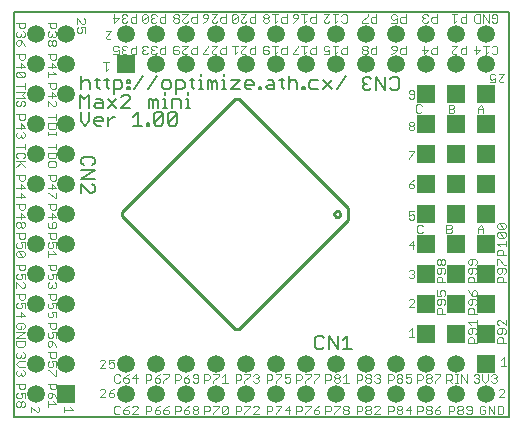
<source format=gbr>
G75*
G70*
%OFA0B0*%
%FSLAX24Y24*%
%IPPOS*%
%LPD*%
%AMOC8*
5,1,8,0,0,1.08239X$1,22.5*
%
%ADD10C,0.0079*%
%ADD11C,0.0040*%
%ADD12C,0.0060*%
%ADD13C,0.0100*%
%ADD14R,0.0591X0.0591*%
%ADD15C,0.0591*%
D10*
X001713Y001713D02*
X001713Y015213D01*
X018213Y015213D01*
X018213Y001713D01*
X001713Y001713D01*
D11*
X001850Y002031D02*
X001803Y002078D01*
X001803Y002171D01*
X001850Y002218D01*
X001896Y002218D01*
X001943Y002171D01*
X001943Y002078D01*
X001896Y002031D01*
X001850Y002031D01*
X001943Y002078D02*
X001990Y002031D01*
X002036Y002031D01*
X002083Y002078D01*
X002083Y002171D01*
X002036Y002218D01*
X001990Y002218D01*
X001943Y002171D01*
X001943Y002325D02*
X001850Y002325D01*
X001803Y002372D01*
X001803Y002466D01*
X001850Y002512D01*
X001943Y002512D02*
X001990Y002419D01*
X001990Y002372D01*
X001943Y002325D01*
X002083Y002325D02*
X002083Y002512D01*
X001943Y002512D01*
X001943Y002620D02*
X001896Y002667D01*
X001896Y002807D01*
X001803Y002807D02*
X002083Y002807D01*
X002083Y002667D01*
X002036Y002620D01*
X001943Y002620D01*
X001896Y003075D02*
X001850Y003075D01*
X001803Y003121D01*
X001803Y003215D01*
X001850Y003262D01*
X001896Y003369D02*
X002083Y003369D01*
X002036Y003262D02*
X002083Y003215D01*
X002083Y003121D01*
X002036Y003075D01*
X001990Y003075D01*
X001943Y003121D01*
X001896Y003075D01*
X001943Y003121D02*
X001943Y003168D01*
X001896Y003369D02*
X001803Y003463D01*
X001896Y003556D01*
X002083Y003556D01*
X002036Y003664D02*
X001990Y003664D01*
X001943Y003711D01*
X001896Y003664D01*
X001850Y003664D01*
X001803Y003711D01*
X001803Y003804D01*
X001850Y003851D01*
X001943Y003758D02*
X001943Y003711D01*
X002036Y003664D02*
X002083Y003711D01*
X002083Y003804D01*
X002036Y003851D01*
X002036Y004049D02*
X001850Y004049D01*
X001803Y004096D01*
X001803Y004236D01*
X002083Y004236D01*
X002083Y004096D01*
X002036Y004049D01*
X002083Y004344D02*
X001803Y004344D01*
X002083Y004531D01*
X001803Y004531D01*
X001850Y004638D02*
X001943Y004638D01*
X001943Y004732D01*
X001850Y004825D02*
X001803Y004779D01*
X001803Y004685D01*
X001850Y004638D01*
X002036Y004638D02*
X002083Y004685D01*
X002083Y004779D01*
X002036Y004825D01*
X001850Y004825D01*
X001943Y005024D02*
X001943Y005210D01*
X002083Y005070D01*
X001803Y005070D01*
X001850Y005318D02*
X001803Y005365D01*
X001803Y005458D01*
X001850Y005505D01*
X001943Y005505D02*
X001990Y005412D01*
X001990Y005365D01*
X001943Y005318D01*
X001850Y005318D01*
X001943Y005505D02*
X002083Y005505D01*
X002083Y005318D01*
X002036Y005613D02*
X001943Y005613D01*
X001896Y005659D01*
X001896Y005800D01*
X001803Y005800D02*
X002083Y005800D01*
X002083Y005659D01*
X002036Y005613D01*
X002036Y005998D02*
X001990Y005998D01*
X001803Y006185D01*
X001803Y005998D01*
X002036Y005998D02*
X002083Y006045D01*
X002083Y006138D01*
X002036Y006185D01*
X002083Y006293D02*
X002083Y006479D01*
X001943Y006479D01*
X001990Y006386D01*
X001990Y006339D01*
X001943Y006293D01*
X001850Y006293D01*
X001803Y006339D01*
X001803Y006433D01*
X001850Y006479D01*
X001943Y006587D02*
X001896Y006634D01*
X001896Y006774D01*
X001803Y006774D02*
X002083Y006774D01*
X002083Y006634D01*
X002036Y006587D01*
X001943Y006587D01*
X001850Y007042D02*
X001803Y007089D01*
X001803Y007182D01*
X001850Y007229D01*
X002036Y007042D01*
X001850Y007042D01*
X002036Y007042D02*
X002083Y007089D01*
X002083Y007182D01*
X002036Y007229D01*
X001850Y007229D01*
X001850Y007336D02*
X001803Y007383D01*
X001803Y007477D01*
X001850Y007523D01*
X001943Y007523D02*
X001990Y007430D01*
X001990Y007383D01*
X001943Y007336D01*
X001850Y007336D01*
X001943Y007523D02*
X002083Y007523D01*
X002083Y007336D01*
X002036Y007631D02*
X001943Y007631D01*
X001896Y007678D01*
X001896Y007818D01*
X001803Y007818D02*
X002083Y007818D01*
X002083Y007678D01*
X002036Y007631D01*
X002036Y008016D02*
X001990Y008016D01*
X001943Y008063D01*
X001943Y008156D01*
X001990Y008203D01*
X002036Y008203D01*
X002083Y008156D01*
X002083Y008063D01*
X002036Y008016D01*
X001943Y008063D02*
X001896Y008016D01*
X001850Y008016D01*
X001803Y008063D01*
X001803Y008156D01*
X001850Y008203D01*
X001896Y008203D01*
X001943Y008156D01*
X001943Y008311D02*
X001943Y008498D01*
X002083Y008358D01*
X001803Y008358D01*
X001943Y008606D02*
X001896Y008652D01*
X001896Y008792D01*
X001803Y008792D02*
X002083Y008792D01*
X002083Y008652D01*
X002036Y008606D01*
X001943Y008606D01*
X001943Y008991D02*
X001943Y009177D01*
X002083Y009037D01*
X001803Y009037D01*
X001943Y009285D02*
X001943Y009472D01*
X002083Y009332D01*
X001803Y009332D01*
X001943Y009580D02*
X001896Y009627D01*
X001896Y009767D01*
X001803Y009767D02*
X002083Y009767D01*
X002083Y009627D01*
X002036Y009580D01*
X001943Y009580D01*
X001803Y010035D02*
X001943Y010175D01*
X001896Y010221D02*
X002083Y010035D01*
X002083Y010221D02*
X001803Y010221D01*
X001850Y010329D02*
X001803Y010376D01*
X001803Y010469D01*
X001850Y010516D01*
X002036Y010516D01*
X002083Y010469D01*
X002083Y010376D01*
X002036Y010329D01*
X002083Y010624D02*
X002083Y010811D01*
X002083Y010717D02*
X001803Y010717D01*
X001850Y011009D02*
X001803Y011056D01*
X001803Y011149D01*
X001850Y011196D01*
X001943Y011102D02*
X001943Y011056D01*
X001896Y011009D01*
X001850Y011009D01*
X001943Y011056D02*
X001990Y011009D01*
X002036Y011009D01*
X002083Y011056D01*
X002083Y011149D01*
X002036Y011196D01*
X001943Y011304D02*
X001943Y011490D01*
X002083Y011350D01*
X001803Y011350D01*
X001943Y011598D02*
X001896Y011645D01*
X001896Y011785D01*
X001803Y011785D02*
X002083Y011785D01*
X002083Y011645D01*
X002036Y011598D01*
X001943Y011598D01*
X001896Y012053D02*
X001850Y012053D01*
X001803Y012100D01*
X001803Y012193D01*
X001850Y012240D01*
X001943Y012193D02*
X001943Y012100D01*
X001896Y012053D01*
X002036Y012053D02*
X002083Y012100D01*
X002083Y012193D01*
X002036Y012240D01*
X001990Y012240D01*
X001943Y012193D01*
X002083Y012347D02*
X001803Y012347D01*
X001990Y012441D02*
X002083Y012347D01*
X001990Y012441D02*
X002083Y012534D01*
X001803Y012534D01*
X001803Y012736D02*
X002083Y012736D01*
X002083Y012829D02*
X002083Y012642D01*
X002036Y013027D02*
X001850Y013027D01*
X001803Y013074D01*
X001803Y013167D01*
X001850Y013214D01*
X002036Y013027D01*
X002083Y013074D01*
X002083Y013167D01*
X002036Y013214D01*
X001850Y013214D01*
X001943Y013322D02*
X001943Y013509D01*
X002083Y013369D01*
X001803Y013369D01*
X001943Y013616D02*
X001896Y013663D01*
X001896Y013803D01*
X001803Y013803D02*
X002083Y013803D01*
X002083Y013663D01*
X002036Y013616D01*
X001943Y013616D01*
X001896Y014071D02*
X001943Y014118D01*
X001943Y014258D01*
X001850Y014258D01*
X001803Y014211D01*
X001803Y014118D01*
X001850Y014071D01*
X001896Y014071D01*
X002036Y014165D02*
X001943Y014258D01*
X001896Y014366D02*
X001850Y014366D01*
X001803Y014413D01*
X001803Y014506D01*
X001850Y014553D01*
X001943Y014459D02*
X001943Y014413D01*
X001896Y014366D01*
X001943Y014413D02*
X001990Y014366D01*
X002036Y014366D01*
X002083Y014413D01*
X002083Y014506D01*
X002036Y014553D01*
X002036Y014660D02*
X001943Y014660D01*
X001896Y014707D01*
X001896Y014847D01*
X001803Y014847D02*
X002083Y014847D01*
X002083Y014707D01*
X002036Y014660D01*
X002036Y014165D02*
X002083Y014071D01*
X002847Y014118D02*
X002847Y014211D01*
X002894Y014258D01*
X002940Y014258D01*
X002987Y014211D01*
X002987Y014118D01*
X002940Y014071D01*
X002894Y014071D01*
X002847Y014118D01*
X002987Y014118D02*
X003034Y014071D01*
X003080Y014071D01*
X003127Y014118D01*
X003127Y014211D01*
X003080Y014258D01*
X003034Y014258D01*
X002987Y014211D01*
X002940Y014366D02*
X002894Y014366D01*
X002847Y014413D01*
X002847Y014506D01*
X002894Y014553D01*
X002987Y014459D02*
X002987Y014413D01*
X002940Y014366D01*
X002987Y014413D02*
X003034Y014366D01*
X003080Y014366D01*
X003127Y014413D01*
X003127Y014506D01*
X003080Y014553D01*
X003080Y014660D02*
X002987Y014660D01*
X002940Y014707D01*
X002940Y014847D01*
X002847Y014847D02*
X003127Y014847D01*
X003127Y014707D01*
X003080Y014660D01*
X003821Y014645D02*
X003821Y014552D01*
X003868Y014505D01*
X003961Y014505D01*
X004008Y014552D01*
X004008Y014598D01*
X003961Y014692D01*
X004102Y014692D01*
X004102Y014505D01*
X003868Y014692D02*
X003821Y014645D01*
X003821Y014800D02*
X003821Y014986D01*
X004008Y014800D01*
X004055Y014800D01*
X004102Y014846D01*
X004102Y014940D01*
X004055Y014986D01*
X004778Y014569D02*
X004964Y014569D01*
X004778Y014382D01*
X004778Y014335D01*
X004824Y014289D01*
X004918Y014289D01*
X004964Y014335D01*
X005070Y014082D02*
X005164Y014082D01*
X005210Y014035D01*
X005210Y013942D02*
X005117Y013895D01*
X005070Y013895D01*
X005024Y013942D01*
X005024Y014035D01*
X005070Y014082D01*
X005210Y013942D02*
X005210Y013801D01*
X005024Y013801D01*
X005318Y013848D02*
X005318Y013895D01*
X005365Y013942D01*
X005318Y013988D01*
X005318Y014035D01*
X005365Y014082D01*
X005458Y014082D01*
X005505Y014035D01*
X005412Y013942D02*
X005365Y013942D01*
X005318Y013848D02*
X005365Y013801D01*
X005458Y013801D01*
X005505Y013848D01*
X005613Y013848D02*
X005613Y013942D01*
X005659Y013988D01*
X005800Y013988D01*
X005800Y014082D02*
X005800Y013801D01*
X005659Y013801D01*
X005613Y013848D01*
X005998Y013848D02*
X005998Y013895D01*
X006045Y013942D01*
X005998Y013988D01*
X005998Y014035D01*
X006045Y014082D01*
X006138Y014082D01*
X006185Y014035D01*
X006293Y014035D02*
X006339Y014082D01*
X006433Y014082D01*
X006479Y014035D01*
X006386Y013942D02*
X006339Y013942D01*
X006293Y013988D01*
X006293Y014035D01*
X006339Y013942D02*
X006293Y013895D01*
X006293Y013848D01*
X006339Y013801D01*
X006433Y013801D01*
X006479Y013848D01*
X006587Y013848D02*
X006587Y013942D01*
X006634Y013988D01*
X006774Y013988D01*
X006774Y014082D02*
X006774Y013801D01*
X006634Y013801D01*
X006587Y013848D01*
X006185Y013848D02*
X006138Y013801D01*
X006045Y013801D01*
X005998Y013848D01*
X006045Y013942D02*
X006091Y013942D01*
X006045Y014845D02*
X005998Y014892D01*
X006185Y015079D01*
X006138Y015126D01*
X006045Y015126D01*
X005998Y015079D01*
X005998Y014892D01*
X006045Y014845D02*
X006138Y014845D01*
X006185Y014892D01*
X006185Y015079D01*
X006293Y015079D02*
X006293Y015032D01*
X006339Y014986D01*
X006386Y014986D01*
X006339Y014986D02*
X006293Y014939D01*
X006293Y014892D01*
X006339Y014845D01*
X006433Y014845D01*
X006479Y014892D01*
X006587Y014892D02*
X006587Y014986D01*
X006634Y015032D01*
X006774Y015032D01*
X006774Y015126D02*
X006774Y014845D01*
X006634Y014845D01*
X006587Y014892D01*
X006479Y015079D02*
X006433Y015126D01*
X006339Y015126D01*
X006293Y015079D01*
X005800Y015126D02*
X005800Y014845D01*
X005659Y014845D01*
X005613Y014892D01*
X005613Y014986D01*
X005659Y015032D01*
X005800Y015032D01*
X005505Y015079D02*
X005458Y015126D01*
X005365Y015126D01*
X005318Y015079D01*
X005318Y015032D01*
X005365Y014986D01*
X005412Y014986D01*
X005365Y014986D02*
X005318Y014939D01*
X005318Y014892D01*
X005365Y014845D01*
X005458Y014845D01*
X005505Y014892D01*
X005210Y014986D02*
X005024Y014986D01*
X005070Y015126D02*
X005070Y014845D01*
X005210Y014986D01*
X004895Y013525D02*
X004708Y013525D01*
X004801Y013525D02*
X004801Y013245D01*
X004895Y013338D01*
X003127Y013369D02*
X002987Y013509D01*
X002987Y013322D01*
X003034Y013214D02*
X003127Y013121D01*
X002847Y013121D01*
X002847Y013214D02*
X002847Y013027D01*
X002847Y012829D02*
X003127Y012829D01*
X003127Y012689D01*
X003080Y012642D01*
X002987Y012642D01*
X002940Y012689D01*
X002940Y012829D01*
X002987Y012534D02*
X002987Y012347D01*
X003080Y012240D02*
X003127Y012193D01*
X003127Y012100D01*
X003080Y012053D01*
X003034Y012053D01*
X002847Y012240D01*
X002847Y012053D01*
X002847Y012394D02*
X003127Y012394D01*
X002987Y012534D01*
X002847Y013369D02*
X003127Y013369D01*
X003080Y013616D02*
X002987Y013616D01*
X002940Y013663D01*
X002940Y013803D01*
X002847Y013803D02*
X003127Y013803D01*
X003127Y013663D01*
X003080Y013616D01*
X003127Y011785D02*
X003127Y011598D01*
X003127Y011692D02*
X002847Y011692D01*
X002847Y011490D02*
X002847Y011350D01*
X002894Y011304D01*
X003080Y011304D01*
X003127Y011350D01*
X003127Y011490D01*
X002847Y011490D01*
X002847Y011196D02*
X002847Y011102D01*
X002847Y011149D02*
X003127Y011149D01*
X003127Y011196D02*
X003127Y011102D01*
X003127Y010811D02*
X003127Y010624D01*
X003127Y010717D02*
X002847Y010717D01*
X002847Y010516D02*
X002847Y010376D01*
X002894Y010329D01*
X003080Y010329D01*
X003127Y010376D01*
X003127Y010516D01*
X002847Y010516D01*
X002894Y010221D02*
X002847Y010175D01*
X002847Y010081D01*
X002894Y010035D01*
X003080Y010035D01*
X003127Y010081D01*
X003127Y010175D01*
X003080Y010221D01*
X002894Y010221D01*
X002940Y009767D02*
X002940Y009627D01*
X002987Y009580D01*
X003080Y009580D01*
X003127Y009627D01*
X003127Y009767D01*
X002847Y009767D01*
X002987Y009472D02*
X002987Y009285D01*
X002894Y009177D02*
X002847Y009177D01*
X002894Y009177D02*
X003080Y008991D01*
X003127Y008991D01*
X003127Y009177D01*
X003127Y009332D02*
X002987Y009472D01*
X002847Y009332D02*
X003127Y009332D01*
X003127Y008792D02*
X002847Y008792D01*
X002940Y008792D02*
X002940Y008652D01*
X002987Y008606D01*
X003080Y008606D01*
X003127Y008652D01*
X003127Y008792D01*
X002987Y008498D02*
X002987Y008311D01*
X003034Y008203D02*
X002987Y008156D01*
X002987Y008016D01*
X002894Y008016D02*
X003080Y008016D01*
X003127Y008063D01*
X003127Y008156D01*
X003080Y008203D01*
X003034Y008203D01*
X002894Y008203D02*
X002847Y008156D01*
X002847Y008063D01*
X002894Y008016D01*
X002940Y007818D02*
X002940Y007678D01*
X002987Y007631D01*
X003080Y007631D01*
X003127Y007678D01*
X003127Y007818D01*
X002847Y007818D01*
X002894Y007523D02*
X002847Y007477D01*
X002847Y007383D01*
X002894Y007336D01*
X002987Y007336D01*
X003034Y007383D01*
X003034Y007430D01*
X002987Y007523D01*
X003127Y007523D01*
X003127Y007336D01*
X003034Y007229D02*
X003127Y007135D01*
X002847Y007135D01*
X002847Y007042D02*
X002847Y007229D01*
X002847Y006774D02*
X003127Y006774D01*
X003127Y006634D01*
X003080Y006587D01*
X002987Y006587D01*
X002940Y006634D01*
X002940Y006774D01*
X002894Y006479D02*
X002847Y006433D01*
X002847Y006339D01*
X002894Y006293D01*
X002987Y006293D01*
X003034Y006339D01*
X003034Y006386D01*
X002987Y006479D01*
X003127Y006479D01*
X003127Y006293D01*
X003080Y006185D02*
X003127Y006138D01*
X003127Y006045D01*
X003080Y005998D01*
X003034Y005998D01*
X002987Y006045D01*
X002940Y005998D01*
X002894Y005998D01*
X002847Y006045D01*
X002847Y006138D01*
X002894Y006185D01*
X002987Y006091D02*
X002987Y006045D01*
X002940Y005800D02*
X002940Y005659D01*
X002987Y005613D01*
X003080Y005613D01*
X003127Y005659D01*
X003127Y005800D01*
X002847Y005800D01*
X002894Y005505D02*
X002847Y005458D01*
X002847Y005365D01*
X002894Y005318D01*
X002987Y005318D01*
X003034Y005365D01*
X003034Y005412D01*
X002987Y005505D01*
X003127Y005505D01*
X003127Y005318D01*
X003127Y005210D02*
X002987Y005210D01*
X003034Y005117D01*
X003034Y005070D01*
X002987Y005024D01*
X002894Y005024D01*
X002847Y005070D01*
X002847Y005164D01*
X002894Y005210D01*
X003127Y005210D02*
X003127Y005024D01*
X003127Y004825D02*
X002847Y004825D01*
X002940Y004825D02*
X002940Y004685D01*
X002987Y004638D01*
X003080Y004638D01*
X003127Y004685D01*
X003127Y004825D01*
X003127Y004531D02*
X002987Y004531D01*
X003034Y004437D01*
X003034Y004391D01*
X002987Y004344D01*
X002894Y004344D01*
X002847Y004391D01*
X002847Y004484D01*
X002894Y004531D01*
X003127Y004531D02*
X003127Y004344D01*
X002987Y004236D02*
X002987Y004096D01*
X002940Y004049D01*
X002894Y004049D01*
X002847Y004096D01*
X002847Y004189D01*
X002894Y004236D01*
X002987Y004236D01*
X003080Y004143D01*
X003127Y004049D01*
X003127Y003851D02*
X002847Y003851D01*
X002940Y003851D02*
X002940Y003711D01*
X002987Y003664D01*
X003080Y003664D01*
X003127Y003711D01*
X003127Y003851D01*
X003127Y003556D02*
X002987Y003556D01*
X003034Y003463D01*
X003034Y003416D01*
X002987Y003369D01*
X002894Y003369D01*
X002847Y003416D01*
X002847Y003510D01*
X002894Y003556D01*
X003127Y003556D02*
X003127Y003369D01*
X003127Y003262D02*
X003127Y003075D01*
X003080Y003075D01*
X002894Y003262D01*
X002847Y003262D01*
X002847Y002807D02*
X003127Y002807D01*
X003127Y002667D01*
X003080Y002620D01*
X002987Y002620D01*
X002940Y002667D01*
X002940Y002807D01*
X002894Y002512D02*
X002847Y002466D01*
X002847Y002372D01*
X002894Y002325D01*
X002940Y002325D01*
X002987Y002372D01*
X002987Y002512D01*
X002894Y002512D01*
X002987Y002512D02*
X003080Y002419D01*
X003127Y002325D01*
X003034Y002218D02*
X003127Y002124D01*
X002847Y002124D01*
X002847Y002031D02*
X002847Y002218D01*
X002570Y001995D02*
X002524Y002041D01*
X002570Y001995D02*
X002570Y001901D01*
X002524Y001855D01*
X002477Y001855D01*
X002290Y002041D01*
X002290Y001855D01*
X003404Y001855D02*
X003404Y002041D01*
X003404Y001948D02*
X003684Y001948D01*
X003591Y002041D01*
X004587Y002360D02*
X004774Y002547D01*
X004774Y002593D01*
X004727Y002640D01*
X004634Y002640D01*
X004587Y002593D01*
X004587Y002360D02*
X004774Y002360D01*
X004882Y002406D02*
X004928Y002360D01*
X005022Y002360D01*
X005068Y002406D01*
X005068Y002453D01*
X005022Y002500D01*
X004882Y002500D01*
X004882Y002406D01*
X004882Y002500D02*
X004975Y002593D01*
X005068Y002640D01*
X005121Y002847D02*
X005214Y002847D01*
X005261Y002894D01*
X005369Y002894D02*
X005415Y002847D01*
X005509Y002847D01*
X005556Y002894D01*
X005556Y002940D01*
X005509Y002987D01*
X005369Y002987D01*
X005369Y002894D01*
X005369Y002987D02*
X005462Y003080D01*
X005556Y003127D01*
X005663Y002987D02*
X005850Y002987D01*
X005803Y002847D02*
X005803Y003127D01*
X005663Y002987D01*
X005261Y003080D02*
X005214Y003127D01*
X005121Y003127D01*
X005074Y003080D01*
X005074Y002894D01*
X005121Y002847D01*
X005022Y003334D02*
X004928Y003334D01*
X004882Y003381D01*
X004882Y003474D02*
X004975Y003521D01*
X005022Y003521D01*
X005068Y003474D01*
X005068Y003381D01*
X005022Y003334D01*
X004882Y003474D02*
X004882Y003614D01*
X005068Y003614D01*
X004774Y003568D02*
X004774Y003521D01*
X004587Y003334D01*
X004774Y003334D01*
X004774Y003568D02*
X004727Y003614D01*
X004634Y003614D01*
X004587Y003568D01*
X006118Y003127D02*
X006118Y002847D01*
X006118Y002940D02*
X006258Y002940D01*
X006305Y002987D01*
X006305Y003080D01*
X006258Y003127D01*
X006118Y003127D01*
X006413Y002987D02*
X006553Y002987D01*
X006599Y002940D01*
X006599Y002894D01*
X006553Y002847D01*
X006459Y002847D01*
X006413Y002894D01*
X006413Y002987D01*
X006506Y003080D01*
X006599Y003127D01*
X006707Y003127D02*
X006894Y003127D01*
X006894Y003080D01*
X006707Y002894D01*
X006707Y002847D01*
X007092Y002847D02*
X007092Y003127D01*
X007232Y003127D01*
X007279Y003080D01*
X007279Y002987D01*
X007232Y002940D01*
X007092Y002940D01*
X007387Y002894D02*
X007434Y002847D01*
X007527Y002847D01*
X007574Y002894D01*
X007574Y002940D01*
X007527Y002987D01*
X007387Y002987D01*
X007387Y002894D01*
X007387Y002987D02*
X007480Y003080D01*
X007574Y003127D01*
X007682Y003080D02*
X007682Y003034D01*
X007728Y002987D01*
X007868Y002987D01*
X007868Y002894D02*
X007868Y003080D01*
X007822Y003127D01*
X007728Y003127D01*
X007682Y003080D01*
X007682Y002894D02*
X007728Y002847D01*
X007822Y002847D01*
X007868Y002894D01*
X008067Y002940D02*
X008207Y002940D01*
X008254Y002987D01*
X008254Y003080D01*
X008207Y003127D01*
X008067Y003127D01*
X008067Y002847D01*
X008361Y002847D02*
X008361Y002894D01*
X008548Y003080D01*
X008548Y003127D01*
X008361Y003127D01*
X008656Y003034D02*
X008749Y003127D01*
X008749Y002847D01*
X008656Y002847D02*
X008843Y002847D01*
X009111Y002847D02*
X009111Y003127D01*
X009251Y003127D01*
X009298Y003080D01*
X009298Y002987D01*
X009251Y002940D01*
X009111Y002940D01*
X009405Y002894D02*
X009405Y002847D01*
X009405Y002894D02*
X009592Y003080D01*
X009592Y003127D01*
X009405Y003127D01*
X009700Y003080D02*
X009747Y003127D01*
X009840Y003127D01*
X009887Y003080D01*
X009887Y003034D01*
X009840Y002987D01*
X009887Y002940D01*
X009887Y002894D01*
X009840Y002847D01*
X009747Y002847D01*
X009700Y002894D01*
X009793Y002987D02*
X009840Y002987D01*
X010155Y002940D02*
X010295Y002940D01*
X010341Y002987D01*
X010341Y003080D01*
X010295Y003127D01*
X010155Y003127D01*
X010155Y002847D01*
X010449Y002847D02*
X010449Y002894D01*
X010636Y003080D01*
X010636Y003127D01*
X010449Y003127D01*
X010744Y003127D02*
X010744Y002987D01*
X010837Y003034D01*
X010884Y003034D01*
X010931Y002987D01*
X010931Y002894D01*
X010884Y002847D01*
X010791Y002847D01*
X010744Y002894D01*
X010744Y003127D02*
X010931Y003127D01*
X011129Y003127D02*
X011269Y003127D01*
X011316Y003080D01*
X011316Y002987D01*
X011269Y002940D01*
X011129Y002940D01*
X011129Y002847D02*
X011129Y003127D01*
X011424Y003127D02*
X011610Y003127D01*
X011610Y003080D01*
X011424Y002894D01*
X011424Y002847D01*
X011718Y002847D02*
X011718Y002894D01*
X011905Y003080D01*
X011905Y003127D01*
X011718Y003127D01*
X012103Y003127D02*
X012103Y002847D01*
X012103Y002940D02*
X012244Y002940D01*
X012290Y002987D01*
X012290Y003080D01*
X012244Y003127D01*
X012103Y003127D01*
X012398Y003080D02*
X012398Y003034D01*
X012445Y002987D01*
X012538Y002987D01*
X012585Y002940D01*
X012585Y002894D01*
X012538Y002847D01*
X012445Y002847D01*
X012398Y002894D01*
X012398Y002940D01*
X012445Y002987D01*
X012538Y002987D02*
X012585Y003034D01*
X012585Y003080D01*
X012538Y003127D01*
X012445Y003127D01*
X012398Y003080D01*
X012693Y003034D02*
X012786Y003127D01*
X012786Y002847D01*
X012693Y002847D02*
X012879Y002847D01*
X013147Y002847D02*
X013147Y003127D01*
X013287Y003127D01*
X013334Y003080D01*
X013334Y002987D01*
X013287Y002940D01*
X013147Y002940D01*
X013442Y002940D02*
X013489Y002987D01*
X013582Y002987D01*
X013629Y002940D01*
X013629Y002894D01*
X013582Y002847D01*
X013489Y002847D01*
X013442Y002894D01*
X013442Y002940D01*
X013489Y002987D02*
X013442Y003034D01*
X013442Y003080D01*
X013489Y003127D01*
X013582Y003127D01*
X013629Y003080D01*
X013629Y003034D01*
X013582Y002987D01*
X013737Y002894D02*
X013783Y002847D01*
X013877Y002847D01*
X013923Y002894D01*
X013923Y002940D01*
X013877Y002987D01*
X013830Y002987D01*
X013877Y002987D02*
X013923Y003034D01*
X013923Y003080D01*
X013877Y003127D01*
X013783Y003127D01*
X013737Y003080D01*
X014191Y003127D02*
X014191Y002847D01*
X014191Y002940D02*
X014331Y002940D01*
X014378Y002987D01*
X014378Y003080D01*
X014331Y003127D01*
X014191Y003127D01*
X014486Y003080D02*
X014486Y003034D01*
X014533Y002987D01*
X014626Y002987D01*
X014673Y002940D01*
X014673Y002894D01*
X014626Y002847D01*
X014533Y002847D01*
X014486Y002894D01*
X014486Y002940D01*
X014533Y002987D01*
X014626Y002987D02*
X014673Y003034D01*
X014673Y003080D01*
X014626Y003127D01*
X014533Y003127D01*
X014486Y003080D01*
X014781Y003127D02*
X014781Y002987D01*
X014874Y003034D01*
X014921Y003034D01*
X014967Y002987D01*
X014967Y002894D01*
X014921Y002847D01*
X014827Y002847D01*
X014781Y002894D01*
X014781Y003127D02*
X014967Y003127D01*
X015166Y003127D02*
X015306Y003127D01*
X015352Y003080D01*
X015352Y002987D01*
X015306Y002940D01*
X015166Y002940D01*
X015166Y002847D02*
X015166Y003127D01*
X015460Y003080D02*
X015460Y003034D01*
X015507Y002987D01*
X015600Y002987D01*
X015647Y002940D01*
X015647Y002894D01*
X015600Y002847D01*
X015507Y002847D01*
X015460Y002894D01*
X015460Y002940D01*
X015507Y002987D01*
X015600Y002987D02*
X015647Y003034D01*
X015647Y003080D01*
X015600Y003127D01*
X015507Y003127D01*
X015460Y003080D01*
X015755Y003127D02*
X015942Y003127D01*
X015942Y003080D01*
X015755Y002894D01*
X015755Y002847D01*
X016140Y002847D02*
X016140Y003127D01*
X016280Y003127D01*
X016327Y003080D01*
X016327Y002987D01*
X016280Y002940D01*
X016140Y002940D01*
X016233Y002940D02*
X016327Y002847D01*
X016435Y002847D02*
X016528Y002847D01*
X016481Y002847D02*
X016481Y003127D01*
X016435Y003127D02*
X016528Y003127D01*
X016631Y003127D02*
X016818Y002847D01*
X016818Y003127D01*
X016631Y003127D02*
X016631Y002847D01*
X017045Y002894D02*
X017091Y002847D01*
X017185Y002847D01*
X017232Y002894D01*
X017232Y002940D01*
X017185Y002987D01*
X017138Y002987D01*
X017185Y002987D02*
X017232Y003034D01*
X017232Y003080D01*
X017185Y003127D01*
X017091Y003127D01*
X017045Y003080D01*
X017339Y003127D02*
X017339Y002940D01*
X017433Y002847D01*
X017526Y002940D01*
X017526Y003127D01*
X017634Y003080D02*
X017681Y003127D01*
X017774Y003127D01*
X017821Y003080D01*
X017821Y003034D01*
X017774Y002987D01*
X017821Y002940D01*
X017821Y002894D01*
X017774Y002847D01*
X017681Y002847D01*
X017634Y002894D01*
X017727Y002987D02*
X017774Y002987D01*
X017927Y002640D02*
X017880Y002593D01*
X017927Y002640D02*
X018020Y002640D01*
X018067Y002593D01*
X018067Y002547D01*
X017880Y002360D01*
X018067Y002360D01*
X017983Y002083D02*
X017843Y002083D01*
X017843Y001803D01*
X017983Y001803D01*
X018030Y001850D01*
X018030Y002036D01*
X017983Y002083D01*
X017735Y002083D02*
X017735Y001803D01*
X017548Y002083D01*
X017548Y001803D01*
X017440Y001850D02*
X017440Y001943D01*
X017347Y001943D01*
X017254Y001850D02*
X017300Y001803D01*
X017394Y001803D01*
X017440Y001850D01*
X017254Y001850D02*
X017254Y002036D01*
X017300Y002083D01*
X017394Y002083D01*
X017440Y002036D01*
X016986Y002036D02*
X016986Y001850D01*
X016939Y001803D01*
X016846Y001803D01*
X016799Y001850D01*
X016846Y001943D02*
X016986Y001943D01*
X016986Y002036D02*
X016939Y002083D01*
X016846Y002083D01*
X016799Y002036D01*
X016799Y001990D01*
X016846Y001943D01*
X016691Y001896D02*
X016691Y001850D01*
X016644Y001803D01*
X016551Y001803D01*
X016504Y001850D01*
X016504Y001896D01*
X016551Y001943D01*
X016644Y001943D01*
X016691Y001896D01*
X016644Y001943D02*
X016691Y001990D01*
X016691Y002036D01*
X016644Y002083D01*
X016551Y002083D01*
X016504Y002036D01*
X016504Y001990D01*
X016551Y001943D01*
X016396Y001943D02*
X016350Y001896D01*
X016210Y001896D01*
X016210Y001803D02*
X016210Y002083D01*
X016350Y002083D01*
X016396Y002036D01*
X016396Y001943D01*
X015942Y001896D02*
X015942Y001850D01*
X015895Y001803D01*
X015802Y001803D01*
X015755Y001850D01*
X015755Y001943D01*
X015895Y001943D01*
X015942Y001896D01*
X015848Y002036D02*
X015755Y001943D01*
X015647Y001896D02*
X015647Y001850D01*
X015600Y001803D01*
X015507Y001803D01*
X015460Y001850D01*
X015460Y001896D01*
X015507Y001943D01*
X015600Y001943D01*
X015647Y001896D01*
X015600Y001943D02*
X015647Y001990D01*
X015647Y002036D01*
X015600Y002083D01*
X015507Y002083D01*
X015460Y002036D01*
X015460Y001990D01*
X015507Y001943D01*
X015352Y001943D02*
X015352Y002036D01*
X015306Y002083D01*
X015166Y002083D01*
X015166Y001803D01*
X015166Y001896D02*
X015306Y001896D01*
X015352Y001943D01*
X014967Y001943D02*
X014781Y001943D01*
X014921Y002083D01*
X014921Y001803D01*
X014673Y001850D02*
X014673Y001896D01*
X014626Y001943D01*
X014533Y001943D01*
X014486Y001990D01*
X014486Y002036D01*
X014533Y002083D01*
X014626Y002083D01*
X014673Y002036D01*
X014673Y001990D01*
X014626Y001943D01*
X014533Y001943D02*
X014486Y001896D01*
X014486Y001850D01*
X014533Y001803D01*
X014626Y001803D01*
X014673Y001850D01*
X014378Y001943D02*
X014331Y001896D01*
X014191Y001896D01*
X014191Y001803D02*
X014191Y002083D01*
X014331Y002083D01*
X014378Y002036D01*
X014378Y001943D01*
X013923Y001990D02*
X013923Y002036D01*
X013877Y002083D01*
X013783Y002083D01*
X013737Y002036D01*
X013629Y002036D02*
X013629Y001990D01*
X013582Y001943D01*
X013489Y001943D01*
X013442Y001990D01*
X013442Y002036D01*
X013489Y002083D01*
X013582Y002083D01*
X013629Y002036D01*
X013582Y001943D02*
X013629Y001896D01*
X013629Y001850D01*
X013582Y001803D01*
X013489Y001803D01*
X013442Y001850D01*
X013442Y001896D01*
X013489Y001943D01*
X013334Y001943D02*
X013334Y002036D01*
X013287Y002083D01*
X013147Y002083D01*
X013147Y001803D01*
X013147Y001896D02*
X013287Y001896D01*
X013334Y001943D01*
X013737Y001803D02*
X013923Y001990D01*
X013923Y001803D02*
X013737Y001803D01*
X012879Y001850D02*
X012833Y001803D01*
X012739Y001803D01*
X012693Y001850D01*
X012693Y001896D01*
X012739Y001943D01*
X012833Y001943D01*
X012879Y001896D01*
X012879Y001850D01*
X012833Y001943D02*
X012879Y001990D01*
X012879Y002036D01*
X012833Y002083D01*
X012739Y002083D01*
X012693Y002036D01*
X012693Y001990D01*
X012739Y001943D01*
X012585Y002036D02*
X012398Y001850D01*
X012398Y001803D01*
X012290Y001943D02*
X012244Y001896D01*
X012103Y001896D01*
X012103Y001803D02*
X012103Y002083D01*
X012244Y002083D01*
X012290Y002036D01*
X012290Y001943D01*
X012398Y002083D02*
X012585Y002083D01*
X012585Y002036D01*
X011905Y002083D02*
X011812Y002036D01*
X011718Y001943D01*
X011858Y001943D01*
X011905Y001896D01*
X011905Y001850D01*
X011858Y001803D01*
X011765Y001803D01*
X011718Y001850D01*
X011718Y001943D01*
X011610Y002036D02*
X011424Y001850D01*
X011424Y001803D01*
X011316Y001943D02*
X011269Y001896D01*
X011129Y001896D01*
X011129Y001803D02*
X011129Y002083D01*
X011269Y002083D01*
X011316Y002036D01*
X011316Y001943D01*
X011424Y002083D02*
X011610Y002083D01*
X011610Y002036D01*
X010931Y001943D02*
X010744Y001943D01*
X010884Y002083D01*
X010884Y001803D01*
X010636Y002036D02*
X010449Y001850D01*
X010449Y001803D01*
X010341Y001943D02*
X010295Y001896D01*
X010155Y001896D01*
X010155Y001803D02*
X010155Y002083D01*
X010295Y002083D01*
X010341Y002036D01*
X010341Y001943D01*
X010449Y002083D02*
X010636Y002083D01*
X010636Y002036D01*
X009887Y002036D02*
X009887Y001990D01*
X009700Y001803D01*
X009887Y001803D01*
X009887Y002036D02*
X009840Y002083D01*
X009747Y002083D01*
X009700Y002036D01*
X009592Y002036D02*
X009405Y001850D01*
X009405Y001803D01*
X009298Y001943D02*
X009251Y001896D01*
X009111Y001896D01*
X009111Y001803D02*
X009111Y002083D01*
X009251Y002083D01*
X009298Y002036D01*
X009298Y001943D01*
X009405Y002083D02*
X009592Y002083D01*
X009592Y002036D01*
X008843Y002036D02*
X008843Y001850D01*
X008796Y001803D01*
X008703Y001803D01*
X008656Y001850D01*
X008843Y002036D01*
X008796Y002083D01*
X008703Y002083D01*
X008656Y002036D01*
X008656Y001850D01*
X008548Y002036D02*
X008361Y001850D01*
X008361Y001803D01*
X008254Y001943D02*
X008207Y001896D01*
X008067Y001896D01*
X008067Y001803D02*
X008067Y002083D01*
X008207Y002083D01*
X008254Y002036D01*
X008254Y001943D01*
X008361Y002083D02*
X008548Y002083D01*
X008548Y002036D01*
X007868Y002036D02*
X007868Y001990D01*
X007822Y001943D01*
X007728Y001943D01*
X007682Y001990D01*
X007682Y002036D01*
X007728Y002083D01*
X007822Y002083D01*
X007868Y002036D01*
X007822Y001943D02*
X007868Y001896D01*
X007868Y001850D01*
X007822Y001803D01*
X007728Y001803D01*
X007682Y001850D01*
X007682Y001896D01*
X007728Y001943D01*
X007574Y001896D02*
X007574Y001850D01*
X007527Y001803D01*
X007434Y001803D01*
X007387Y001850D01*
X007387Y001943D01*
X007527Y001943D01*
X007574Y001896D01*
X007480Y002036D02*
X007387Y001943D01*
X007279Y001943D02*
X007279Y002036D01*
X007232Y002083D01*
X007092Y002083D01*
X007092Y001803D01*
X007092Y001896D02*
X007232Y001896D01*
X007279Y001943D01*
X007480Y002036D02*
X007574Y002083D01*
X006894Y002083D02*
X006801Y002036D01*
X006707Y001943D01*
X006847Y001943D01*
X006894Y001896D01*
X006894Y001850D01*
X006847Y001803D01*
X006754Y001803D01*
X006707Y001850D01*
X006707Y001943D01*
X006599Y001896D02*
X006553Y001943D01*
X006413Y001943D01*
X006413Y001850D01*
X006459Y001803D01*
X006553Y001803D01*
X006599Y001850D01*
X006599Y001896D01*
X006506Y002036D02*
X006413Y001943D01*
X006305Y001943D02*
X006305Y002036D01*
X006258Y002083D01*
X006118Y002083D01*
X006118Y001803D01*
X006118Y001896D02*
X006258Y001896D01*
X006305Y001943D01*
X006506Y002036D02*
X006599Y002083D01*
X005850Y002036D02*
X005850Y001990D01*
X005663Y001803D01*
X005850Y001803D01*
X005850Y002036D02*
X005803Y002083D01*
X005710Y002083D01*
X005663Y002036D01*
X005556Y002083D02*
X005462Y002036D01*
X005369Y001943D01*
X005509Y001943D01*
X005556Y001896D01*
X005556Y001850D01*
X005509Y001803D01*
X005415Y001803D01*
X005369Y001850D01*
X005369Y001943D01*
X005261Y001850D02*
X005214Y001803D01*
X005121Y001803D01*
X005074Y001850D01*
X005074Y002036D01*
X005121Y002083D01*
X005214Y002083D01*
X005261Y002036D01*
X003127Y008358D02*
X002847Y008358D01*
X002987Y008498D02*
X003127Y008358D01*
X007089Y013801D02*
X007182Y013801D01*
X007229Y013848D01*
X007229Y013895D01*
X007182Y013942D01*
X007042Y013942D01*
X007042Y014035D02*
X007042Y013848D01*
X007089Y013801D01*
X007042Y014035D02*
X007089Y014082D01*
X007182Y014082D01*
X007229Y014035D01*
X007336Y014082D02*
X007523Y014082D01*
X007336Y013895D01*
X007336Y013848D01*
X007383Y013801D01*
X007477Y013801D01*
X007523Y013848D01*
X007631Y013848D02*
X007631Y013942D01*
X007678Y013988D01*
X007818Y013988D01*
X007818Y014082D02*
X007818Y013801D01*
X007678Y013801D01*
X007631Y013848D01*
X008016Y013848D02*
X008203Y014035D01*
X008203Y014082D01*
X008311Y014082D02*
X008498Y014082D01*
X008311Y013895D01*
X008311Y013848D01*
X008358Y013801D01*
X008451Y013801D01*
X008498Y013848D01*
X008606Y013848D02*
X008606Y013942D01*
X008652Y013988D01*
X008792Y013988D01*
X008792Y014082D02*
X008792Y013801D01*
X008652Y013801D01*
X008606Y013848D01*
X008203Y013801D02*
X008016Y013801D01*
X008016Y013848D01*
X008991Y014082D02*
X009177Y014082D01*
X009084Y014082D02*
X009084Y013801D01*
X009177Y013895D01*
X009285Y013895D02*
X009285Y013848D01*
X009332Y013801D01*
X009425Y013801D01*
X009472Y013848D01*
X009580Y013848D02*
X009580Y013942D01*
X009627Y013988D01*
X009767Y013988D01*
X009767Y014082D02*
X009767Y013801D01*
X009627Y013801D01*
X009580Y013848D01*
X009472Y014082D02*
X009285Y013895D01*
X009285Y014082D02*
X009472Y014082D01*
X010035Y014035D02*
X010035Y013848D01*
X010081Y013801D01*
X010175Y013801D01*
X010221Y013848D01*
X010221Y013895D01*
X010175Y013942D01*
X010035Y013942D01*
X010035Y014035D02*
X010081Y014082D01*
X010175Y014082D01*
X010221Y014035D01*
X010329Y014082D02*
X010516Y014082D01*
X010423Y014082D02*
X010423Y013801D01*
X010516Y013895D01*
X010624Y013848D02*
X010624Y013942D01*
X010671Y013988D01*
X010811Y013988D01*
X010811Y014082D02*
X010811Y013801D01*
X010671Y013801D01*
X010624Y013848D01*
X011009Y013848D02*
X011196Y014035D01*
X011196Y014082D01*
X011304Y014082D02*
X011490Y014082D01*
X011397Y014082D02*
X011397Y013801D01*
X011490Y013895D01*
X011598Y013848D02*
X011598Y013942D01*
X011645Y013988D01*
X011785Y013988D01*
X011785Y014082D02*
X011785Y013801D01*
X011645Y013801D01*
X011598Y013848D01*
X011196Y013801D02*
X011009Y013801D01*
X011009Y013848D01*
X012053Y013801D02*
X012240Y013801D01*
X012240Y013942D01*
X012146Y013895D01*
X012100Y013895D01*
X012053Y013942D01*
X012053Y014035D01*
X012100Y014082D01*
X012193Y014082D01*
X012240Y014035D01*
X012347Y014082D02*
X012534Y014082D01*
X012441Y014082D02*
X012441Y013801D01*
X012534Y013895D01*
X012642Y013848D02*
X012642Y013942D01*
X012689Y013988D01*
X012829Y013988D01*
X012829Y014082D02*
X012829Y013801D01*
X012689Y013801D01*
X012642Y013848D01*
X013322Y013848D02*
X013322Y013895D01*
X013369Y013942D01*
X013462Y013942D01*
X013509Y013895D01*
X013509Y013848D01*
X013462Y013801D01*
X013369Y013801D01*
X013322Y013848D01*
X013369Y013942D02*
X013322Y013988D01*
X013322Y014035D01*
X013369Y014082D01*
X013462Y014082D01*
X013509Y014035D01*
X013509Y013988D01*
X013462Y013942D01*
X013616Y013942D02*
X013616Y013848D01*
X013663Y013801D01*
X013803Y013801D01*
X013803Y014082D01*
X013803Y013988D02*
X013663Y013988D01*
X013616Y013942D01*
X014296Y013988D02*
X014343Y013942D01*
X014483Y013942D01*
X014483Y014035D01*
X014436Y014082D01*
X014343Y014082D01*
X014296Y014035D01*
X014296Y013988D01*
X014390Y013848D02*
X014296Y013801D01*
X014390Y013848D02*
X014483Y013942D01*
X014591Y013942D02*
X014591Y013848D01*
X014638Y013801D01*
X014778Y013801D01*
X014778Y014082D01*
X014778Y013988D02*
X014638Y013988D01*
X014591Y013942D01*
X015340Y013942D02*
X015527Y013942D01*
X015387Y013801D01*
X015387Y014082D01*
X015635Y013942D02*
X015681Y013988D01*
X015822Y013988D01*
X015822Y014082D02*
X015822Y013801D01*
X015681Y013801D01*
X015635Y013848D01*
X015635Y013942D01*
X016315Y013895D02*
X016315Y013848D01*
X016361Y013801D01*
X016455Y013801D01*
X016501Y013848D01*
X016609Y013848D02*
X016609Y013942D01*
X016656Y013988D01*
X016796Y013988D01*
X016796Y014082D02*
X016796Y013801D01*
X016656Y013801D01*
X016609Y013848D01*
X016501Y014082D02*
X016315Y014082D01*
X016501Y014082D02*
X016315Y013895D01*
X017064Y013942D02*
X017251Y013942D01*
X017111Y013801D01*
X017111Y014082D01*
X017359Y014082D02*
X017545Y014082D01*
X017452Y014082D02*
X017452Y013801D01*
X017545Y013895D01*
X017653Y013848D02*
X017700Y013801D01*
X017793Y013801D01*
X017840Y013848D01*
X017840Y014035D01*
X017793Y014082D01*
X017700Y014082D01*
X017653Y014035D01*
X017700Y014845D02*
X017793Y014845D01*
X017840Y014892D01*
X017840Y015079D01*
X017793Y015126D01*
X017700Y015126D01*
X017653Y015079D01*
X017653Y014986D01*
X017747Y014986D01*
X017653Y014892D02*
X017700Y014845D01*
X017545Y014845D02*
X017359Y015126D01*
X017359Y014845D01*
X017251Y014845D02*
X017111Y014845D01*
X017064Y014892D01*
X017064Y015079D01*
X017111Y015126D01*
X017251Y015126D01*
X017251Y014845D01*
X017545Y014845D02*
X017545Y015126D01*
X016796Y015126D02*
X016796Y014845D01*
X016656Y014845D01*
X016609Y014892D01*
X016609Y014986D01*
X016656Y015032D01*
X016796Y015032D01*
X016501Y014939D02*
X016408Y014845D01*
X016408Y015126D01*
X016501Y015126D02*
X016315Y015126D01*
X015822Y015126D02*
X015822Y014845D01*
X015681Y014845D01*
X015635Y014892D01*
X015635Y014986D01*
X015681Y015032D01*
X015822Y015032D01*
X015527Y015079D02*
X015480Y015126D01*
X015387Y015126D01*
X015340Y015079D01*
X015340Y015032D01*
X015387Y014986D01*
X015434Y014986D01*
X015387Y014986D02*
X015340Y014939D01*
X015340Y014892D01*
X015387Y014845D01*
X015480Y014845D01*
X015527Y014892D01*
X014778Y014845D02*
X014638Y014845D01*
X014591Y014892D01*
X014591Y014986D01*
X014638Y015032D01*
X014778Y015032D01*
X014778Y015126D02*
X014778Y014845D01*
X014483Y014845D02*
X014483Y014986D01*
X014390Y014939D01*
X014343Y014939D01*
X014296Y014986D01*
X014296Y015079D01*
X014343Y015126D01*
X014436Y015126D01*
X014483Y015079D01*
X014483Y014845D02*
X014296Y014845D01*
X013803Y014845D02*
X013803Y015126D01*
X013803Y015032D02*
X013663Y015032D01*
X013616Y014986D01*
X013616Y014892D01*
X013663Y014845D01*
X013803Y014845D01*
X013509Y014845D02*
X013322Y014845D01*
X013322Y014892D01*
X013509Y015079D01*
X013509Y015126D01*
X012829Y015079D02*
X012829Y014892D01*
X012782Y014845D01*
X012689Y014845D01*
X012642Y014892D01*
X012534Y014939D02*
X012441Y014845D01*
X012441Y015126D01*
X012534Y015126D02*
X012347Y015126D01*
X012240Y015126D02*
X012053Y014939D01*
X012053Y014892D01*
X012100Y014845D01*
X012193Y014845D01*
X012240Y014892D01*
X012240Y015126D02*
X012053Y015126D01*
X011785Y015126D02*
X011785Y014845D01*
X011645Y014845D01*
X011598Y014892D01*
X011598Y014986D01*
X011645Y015032D01*
X011785Y015032D01*
X011490Y014939D02*
X011397Y014845D01*
X011397Y015126D01*
X011490Y015126D02*
X011304Y015126D01*
X011196Y015079D02*
X011149Y015126D01*
X011056Y015126D01*
X011009Y015079D01*
X011009Y015032D01*
X011056Y014986D01*
X011196Y014986D01*
X011196Y015079D01*
X011196Y014986D02*
X011102Y014892D01*
X011009Y014845D01*
X010811Y014845D02*
X010671Y014845D01*
X010624Y014892D01*
X010624Y014986D01*
X010671Y015032D01*
X010811Y015032D01*
X010811Y015126D02*
X010811Y014845D01*
X010516Y014939D02*
X010423Y014845D01*
X010423Y015126D01*
X010516Y015126D02*
X010329Y015126D01*
X010221Y015079D02*
X010221Y015032D01*
X010175Y014986D01*
X010081Y014986D01*
X010035Y015032D01*
X010035Y015079D01*
X010081Y015126D01*
X010175Y015126D01*
X010221Y015079D01*
X010175Y014986D02*
X010221Y014939D01*
X010221Y014892D01*
X010175Y014845D01*
X010081Y014845D01*
X010035Y014892D01*
X010035Y014939D01*
X010081Y014986D01*
X009767Y015032D02*
X009627Y015032D01*
X009580Y014986D01*
X009580Y014892D01*
X009627Y014845D01*
X009767Y014845D01*
X009767Y015126D01*
X009472Y015126D02*
X009285Y014939D01*
X009285Y014892D01*
X009332Y014845D01*
X009425Y014845D01*
X009472Y014892D01*
X009472Y015126D02*
X009285Y015126D01*
X009177Y015079D02*
X008991Y014892D01*
X008991Y015079D01*
X009037Y015126D01*
X009131Y015126D01*
X009177Y015079D01*
X009177Y014892D01*
X009131Y014845D01*
X009037Y014845D01*
X008991Y014892D01*
X008792Y014845D02*
X008652Y014845D01*
X008606Y014892D01*
X008606Y014986D01*
X008652Y015032D01*
X008792Y015032D01*
X008792Y015126D02*
X008792Y014845D01*
X008498Y014892D02*
X008451Y014845D01*
X008358Y014845D01*
X008311Y014892D01*
X008311Y014939D01*
X008498Y015126D01*
X008311Y015126D01*
X008203Y015079D02*
X008156Y015126D01*
X008063Y015126D01*
X008016Y015079D01*
X008016Y015032D01*
X008063Y014986D01*
X008203Y014986D01*
X008203Y015079D01*
X008203Y014986D02*
X008110Y014892D01*
X008016Y014845D01*
X007818Y014845D02*
X007678Y014845D01*
X007631Y014892D01*
X007631Y014986D01*
X007678Y015032D01*
X007818Y015032D01*
X007818Y015126D02*
X007818Y014845D01*
X007523Y014892D02*
X007477Y014845D01*
X007383Y014845D01*
X007336Y014892D01*
X007336Y014939D01*
X007523Y015126D01*
X007336Y015126D01*
X007229Y015079D02*
X007229Y015032D01*
X007182Y014986D01*
X007089Y014986D01*
X007042Y015032D01*
X007042Y015079D01*
X007089Y015126D01*
X007182Y015126D01*
X007229Y015079D01*
X007182Y014986D02*
X007229Y014939D01*
X007229Y014892D01*
X007182Y014845D01*
X007089Y014845D01*
X007042Y014892D01*
X007042Y014939D01*
X007089Y014986D01*
X012642Y015079D02*
X012689Y015126D01*
X012782Y015126D01*
X012829Y015079D01*
X014934Y012592D02*
X014887Y012546D01*
X014887Y012499D01*
X014934Y012452D01*
X015074Y012452D01*
X015074Y012359D02*
X015074Y012546D01*
X015027Y012592D01*
X014934Y012592D01*
X014887Y012359D02*
X014934Y012312D01*
X015027Y012312D01*
X015074Y012359D01*
X015171Y012119D02*
X015124Y012072D01*
X015124Y011886D01*
X015171Y011839D01*
X015264Y011839D01*
X015311Y011886D01*
X015311Y012072D02*
X015264Y012119D01*
X015171Y012119D01*
X015027Y011548D02*
X014934Y011548D01*
X014887Y011502D01*
X014887Y011455D01*
X014934Y011408D01*
X015027Y011408D01*
X015074Y011362D01*
X015074Y011315D01*
X015027Y011268D01*
X014934Y011268D01*
X014887Y011315D01*
X014887Y011362D01*
X014934Y011408D01*
X015027Y011408D02*
X015074Y011455D01*
X015074Y011502D01*
X015027Y011548D01*
X015074Y010574D02*
X014887Y010574D01*
X015074Y010574D02*
X015074Y010527D01*
X014887Y010341D01*
X014887Y010294D01*
X015074Y009600D02*
X014981Y009553D01*
X014887Y009460D01*
X015027Y009460D01*
X015074Y009413D01*
X015074Y009366D01*
X015027Y009319D01*
X014934Y009319D01*
X014887Y009366D01*
X014887Y009460D01*
X014887Y008556D02*
X014887Y008416D01*
X014981Y008462D01*
X015027Y008462D01*
X015074Y008416D01*
X015074Y008322D01*
X015027Y008276D01*
X014934Y008276D01*
X014887Y008322D01*
X014887Y008556D02*
X015074Y008556D01*
X015212Y008103D02*
X015166Y008057D01*
X015166Y007870D01*
X015212Y007823D01*
X015306Y007823D01*
X015352Y007870D01*
X015352Y008057D02*
X015306Y008103D01*
X015212Y008103D01*
X015027Y007581D02*
X014887Y007441D01*
X015074Y007441D01*
X015027Y007301D02*
X015027Y007581D01*
X015820Y006917D02*
X015866Y006964D01*
X015913Y006964D01*
X015960Y006917D01*
X015960Y006824D01*
X015913Y006777D01*
X015866Y006777D01*
X015820Y006824D01*
X015820Y006917D01*
X015960Y006917D02*
X016007Y006964D01*
X016053Y006964D01*
X016100Y006917D01*
X016100Y006824D01*
X016053Y006777D01*
X016007Y006777D01*
X015960Y006824D01*
X015960Y006669D02*
X015960Y006529D01*
X015913Y006482D01*
X015866Y006482D01*
X015820Y006529D01*
X015820Y006622D01*
X015866Y006669D01*
X016053Y006669D01*
X016100Y006622D01*
X016100Y006529D01*
X016053Y006482D01*
X015960Y006374D02*
X016007Y006328D01*
X016007Y006188D01*
X016100Y006188D02*
X015820Y006188D01*
X015820Y006328D01*
X015866Y006374D01*
X015960Y006374D01*
X015960Y005920D02*
X016053Y005920D01*
X016100Y005873D01*
X016100Y005780D01*
X016053Y005733D01*
X015960Y005733D02*
X015913Y005826D01*
X015913Y005873D01*
X015960Y005920D01*
X015820Y005920D02*
X015820Y005733D01*
X015960Y005733D01*
X015960Y005625D02*
X015960Y005485D01*
X015913Y005438D01*
X015866Y005438D01*
X015820Y005485D01*
X015820Y005578D01*
X015866Y005625D01*
X016053Y005625D01*
X016100Y005578D01*
X016100Y005485D01*
X016053Y005438D01*
X015960Y005330D02*
X016007Y005284D01*
X016007Y005144D01*
X016100Y005144D02*
X015820Y005144D01*
X015820Y005284D01*
X015866Y005330D01*
X015960Y005330D01*
X015074Y005352D02*
X014887Y005352D01*
X015074Y005539D01*
X015074Y005586D01*
X015027Y005633D01*
X014934Y005633D01*
X014887Y005586D01*
X014934Y006327D02*
X014887Y006374D01*
X014934Y006327D02*
X015027Y006327D01*
X015074Y006374D01*
X015074Y006420D01*
X015027Y006467D01*
X014981Y006467D01*
X015027Y006467D02*
X015074Y006514D01*
X015074Y006560D01*
X015027Y006607D01*
X014934Y006607D01*
X014887Y006560D01*
X016140Y007837D02*
X016280Y007837D01*
X016327Y007884D01*
X016327Y007930D01*
X016280Y007977D01*
X016140Y007977D01*
X016140Y007837D02*
X016140Y008117D01*
X016280Y008117D01*
X016327Y008071D01*
X016327Y008024D01*
X016280Y007977D01*
X017184Y007970D02*
X017371Y007970D01*
X017371Y008017D02*
X017371Y007830D01*
X017371Y008017D02*
X017277Y008110D01*
X017184Y008017D01*
X017184Y007830D01*
X017838Y007822D02*
X017838Y007728D01*
X017885Y007682D01*
X018072Y007682D01*
X017885Y007868D01*
X018072Y007868D01*
X018118Y007822D01*
X018118Y007728D01*
X018072Y007682D01*
X018118Y007574D02*
X018118Y007387D01*
X018118Y007480D02*
X017838Y007480D01*
X017932Y007387D01*
X017885Y007279D02*
X017978Y007279D01*
X018025Y007232D01*
X018025Y007092D01*
X018118Y007092D02*
X017838Y007092D01*
X017838Y007232D01*
X017885Y007279D01*
X017885Y006964D02*
X018072Y006777D01*
X018118Y006777D01*
X018072Y006669D02*
X017885Y006669D01*
X017838Y006622D01*
X017838Y006529D01*
X017885Y006482D01*
X017932Y006482D01*
X017978Y006529D01*
X017978Y006669D01*
X018072Y006669D02*
X018118Y006622D01*
X018118Y006529D01*
X018072Y006482D01*
X017978Y006374D02*
X017885Y006374D01*
X017838Y006328D01*
X017838Y006188D01*
X018118Y006188D01*
X018025Y006188D02*
X018025Y006328D01*
X017978Y006374D01*
X017838Y006777D02*
X017838Y006964D01*
X017885Y006964D01*
X017144Y006917D02*
X017097Y006964D01*
X016910Y006964D01*
X016864Y006917D01*
X016864Y006824D01*
X016910Y006777D01*
X016957Y006777D01*
X017004Y006824D01*
X017004Y006964D01*
X017144Y006917D02*
X017144Y006824D01*
X017097Y006777D01*
X017097Y006669D02*
X016910Y006669D01*
X016864Y006622D01*
X016864Y006529D01*
X016910Y006482D01*
X016957Y006482D01*
X017004Y006529D01*
X017004Y006669D01*
X017097Y006669D02*
X017144Y006622D01*
X017144Y006529D01*
X017097Y006482D01*
X017004Y006374D02*
X016910Y006374D01*
X016864Y006328D01*
X016864Y006188D01*
X017144Y006188D01*
X017051Y006188D02*
X017051Y006328D01*
X017004Y006374D01*
X017051Y005920D02*
X017004Y005873D01*
X017004Y005733D01*
X017097Y005733D01*
X017144Y005780D01*
X017144Y005873D01*
X017097Y005920D01*
X017051Y005920D01*
X016910Y005826D02*
X017004Y005733D01*
X017004Y005625D02*
X017004Y005485D01*
X016957Y005438D01*
X016910Y005438D01*
X016864Y005485D01*
X016864Y005578D01*
X016910Y005625D01*
X017097Y005625D01*
X017144Y005578D01*
X017144Y005485D01*
X017097Y005438D01*
X017004Y005330D02*
X016910Y005330D01*
X016864Y005284D01*
X016864Y005144D01*
X017144Y005144D01*
X017051Y005144D02*
X017051Y005284D01*
X017004Y005330D01*
X017144Y004945D02*
X017144Y004759D01*
X017144Y004852D02*
X016864Y004852D01*
X016957Y004759D01*
X016910Y004651D02*
X016864Y004604D01*
X016864Y004511D01*
X016910Y004464D01*
X016957Y004464D01*
X017004Y004511D01*
X017004Y004651D01*
X017097Y004651D02*
X016910Y004651D01*
X017097Y004651D02*
X017144Y004604D01*
X017144Y004511D01*
X017097Y004464D01*
X017004Y004356D02*
X016910Y004356D01*
X016864Y004309D01*
X016864Y004169D01*
X017144Y004169D01*
X017051Y004169D02*
X017051Y004309D01*
X017004Y004356D01*
X017838Y004309D02*
X017838Y004169D01*
X018118Y004169D01*
X018025Y004169D02*
X018025Y004309D01*
X017978Y004356D01*
X017885Y004356D01*
X017838Y004309D01*
X017885Y004464D02*
X017932Y004464D01*
X017978Y004511D01*
X017978Y004651D01*
X017885Y004651D02*
X018072Y004651D01*
X018118Y004604D01*
X018118Y004511D01*
X018072Y004464D01*
X017885Y004464D02*
X017838Y004511D01*
X017838Y004604D01*
X017885Y004651D01*
X017885Y004759D02*
X017838Y004805D01*
X017838Y004899D01*
X017885Y004945D01*
X017932Y004945D01*
X018118Y004759D01*
X018118Y004945D01*
X016910Y005826D02*
X016864Y005920D01*
X014981Y004658D02*
X014981Y004378D01*
X015074Y004378D02*
X014887Y004378D01*
X014887Y004565D02*
X014981Y004658D01*
X017950Y003591D02*
X018043Y003684D01*
X018043Y003404D01*
X017950Y003404D02*
X018136Y003404D01*
X015942Y002083D02*
X015848Y002036D01*
X017838Y007822D02*
X017885Y007868D01*
X017885Y007976D02*
X017838Y008023D01*
X017838Y008116D01*
X017885Y008163D01*
X018072Y007976D01*
X018118Y008023D01*
X018118Y008116D01*
X018072Y008163D01*
X017885Y008163D01*
X017885Y007976D02*
X018072Y007976D01*
X017371Y011825D02*
X017371Y012012D01*
X017277Y012105D01*
X017184Y012012D01*
X017184Y011825D01*
X017184Y011965D02*
X017371Y011965D01*
X017581Y012855D02*
X017768Y012855D01*
X017768Y012995D01*
X017675Y012948D01*
X017628Y012948D01*
X017581Y012995D01*
X017581Y013088D01*
X017628Y013135D01*
X017721Y013135D01*
X017768Y013088D01*
X017876Y013135D02*
X018063Y013135D01*
X017876Y012948D01*
X017876Y012902D01*
X017923Y012855D01*
X018016Y012855D01*
X018063Y012902D01*
X016396Y012065D02*
X016396Y012019D01*
X016350Y011972D01*
X016210Y011972D01*
X016350Y011972D02*
X016396Y011925D01*
X016396Y011879D01*
X016350Y011832D01*
X016210Y011832D01*
X016210Y012112D01*
X016350Y012112D01*
X016396Y012065D01*
D12*
X014559Y012661D02*
X014559Y012954D01*
X014485Y013028D01*
X014339Y013028D01*
X014265Y012954D01*
X014099Y013028D02*
X014099Y012587D01*
X013805Y013028D01*
X013805Y012587D01*
X013638Y012661D02*
X013565Y012587D01*
X013418Y012587D01*
X013345Y012661D01*
X013345Y012734D01*
X013418Y012808D01*
X013345Y012881D01*
X013345Y012954D01*
X013418Y013028D01*
X013565Y013028D01*
X013638Y012954D01*
X013491Y012808D02*
X013418Y012808D01*
X012783Y013070D02*
X012489Y012630D01*
X012323Y012630D02*
X012029Y012924D01*
X011862Y012924D02*
X011642Y012924D01*
X011569Y012850D01*
X011569Y012703D01*
X011642Y012630D01*
X011862Y012630D01*
X012029Y012630D02*
X012323Y012924D01*
X011412Y012703D02*
X011412Y012630D01*
X011338Y012630D01*
X011338Y012703D01*
X011412Y012703D01*
X011172Y012630D02*
X011172Y012850D01*
X011098Y012924D01*
X010951Y012924D01*
X010878Y012850D01*
X010718Y012924D02*
X010571Y012924D01*
X010645Y012997D02*
X010645Y012703D01*
X010718Y012630D01*
X010878Y012630D02*
X010878Y013070D01*
X010404Y012850D02*
X010404Y012630D01*
X010184Y012630D01*
X010111Y012703D01*
X010184Y012777D01*
X010404Y012777D01*
X010404Y012850D02*
X010331Y012924D01*
X010184Y012924D01*
X009954Y012703D02*
X009954Y012630D01*
X009881Y012630D01*
X009881Y012703D01*
X009954Y012703D01*
X009714Y012777D02*
X009420Y012777D01*
X009420Y012850D02*
X009494Y012924D01*
X009641Y012924D01*
X009714Y012850D01*
X009714Y012777D01*
X009641Y012630D02*
X009494Y012630D01*
X009420Y012703D01*
X009420Y012850D01*
X009254Y012924D02*
X008960Y012630D01*
X009254Y012630D01*
X009254Y012924D02*
X008960Y012924D01*
X008726Y012924D02*
X008726Y012630D01*
X008653Y012630D02*
X008800Y012630D01*
X008726Y012924D02*
X008653Y012924D01*
X008726Y013070D02*
X008726Y013144D01*
X008486Y012850D02*
X008413Y012924D01*
X008340Y012850D01*
X008340Y012630D01*
X008486Y012630D02*
X008486Y012850D01*
X008340Y012850D02*
X008266Y012924D01*
X008193Y012924D01*
X008193Y012630D01*
X008033Y012630D02*
X007886Y012630D01*
X007959Y012630D02*
X007959Y012924D01*
X007886Y012924D01*
X007726Y012924D02*
X007579Y012924D01*
X007652Y012997D02*
X007652Y012703D01*
X007726Y012630D01*
X007528Y012523D02*
X007528Y012450D01*
X007528Y012303D02*
X007528Y012010D01*
X007455Y012010D02*
X007601Y012010D01*
X007528Y012303D02*
X007455Y012303D01*
X007288Y012230D02*
X007288Y012010D01*
X007079Y011857D02*
X007152Y011784D01*
X006859Y011490D01*
X006932Y011417D01*
X007079Y011417D01*
X007152Y011490D01*
X007152Y011784D01*
X007079Y011857D02*
X006932Y011857D01*
X006859Y011784D01*
X006859Y011490D01*
X006692Y011490D02*
X006618Y011417D01*
X006472Y011417D01*
X006398Y011490D01*
X006692Y011784D01*
X006692Y011490D01*
X006398Y011490D02*
X006398Y011784D01*
X006472Y011857D01*
X006618Y011857D01*
X006692Y011784D01*
X006687Y012010D02*
X006834Y012010D01*
X006761Y012010D02*
X006761Y012303D01*
X006687Y012303D01*
X006761Y012450D02*
X006761Y012523D01*
X006732Y012630D02*
X006658Y012703D01*
X006658Y012850D01*
X006732Y012924D01*
X006878Y012924D01*
X006952Y012850D01*
X006952Y012703D01*
X006878Y012630D01*
X006732Y012630D01*
X007119Y012630D02*
X007339Y012630D01*
X007412Y012703D01*
X007412Y012850D01*
X007339Y012924D01*
X007119Y012924D01*
X007119Y012483D01*
X007214Y012303D02*
X006994Y012303D01*
X006994Y012010D01*
X007214Y012303D02*
X007288Y012230D01*
X006521Y012230D02*
X006521Y012010D01*
X006374Y012010D02*
X006374Y012230D01*
X006447Y012303D01*
X006521Y012230D01*
X006374Y012230D02*
X006300Y012303D01*
X006227Y012303D01*
X006227Y012010D01*
X005854Y011857D02*
X005854Y011417D01*
X005708Y011417D02*
X006001Y011417D01*
X006168Y011417D02*
X006241Y011417D01*
X006241Y011490D01*
X006168Y011490D01*
X006168Y011417D01*
X005854Y011857D02*
X005708Y011710D01*
X005600Y012010D02*
X005306Y012010D01*
X005600Y012303D01*
X005600Y012377D01*
X005526Y012450D01*
X005380Y012450D01*
X005306Y012377D01*
X005139Y012303D02*
X004846Y012010D01*
X004679Y012010D02*
X004459Y012010D01*
X004386Y012083D01*
X004459Y012156D01*
X004679Y012156D01*
X004679Y012230D02*
X004679Y012010D01*
X004624Y011710D02*
X004477Y011710D01*
X004403Y011637D01*
X004403Y011490D01*
X004477Y011417D01*
X004624Y011417D01*
X004697Y011563D02*
X004403Y011563D01*
X004237Y011563D02*
X004237Y011857D01*
X004219Y012010D02*
X004219Y012450D01*
X004072Y012303D01*
X003925Y012450D01*
X003925Y012010D01*
X003943Y011857D02*
X003943Y011563D01*
X004090Y011417D01*
X004237Y011563D01*
X004624Y011710D02*
X004697Y011637D01*
X004697Y011563D01*
X004864Y011563D02*
X005011Y011710D01*
X005084Y011710D01*
X004864Y011710D02*
X004864Y011417D01*
X005139Y012010D02*
X004846Y012303D01*
X004679Y012230D02*
X004606Y012303D01*
X004459Y012303D01*
X004580Y012630D02*
X004507Y012703D01*
X004507Y012997D01*
X004433Y012924D02*
X004580Y012924D01*
X004740Y012924D02*
X004887Y012924D01*
X004814Y012997D02*
X004814Y012703D01*
X004887Y012630D01*
X005047Y012630D02*
X005267Y012630D01*
X005341Y012703D01*
X005341Y012850D01*
X005267Y012924D01*
X005047Y012924D01*
X005047Y012483D01*
X005507Y012630D02*
X005507Y012703D01*
X005581Y012703D01*
X005581Y012630D01*
X005507Y012630D01*
X005507Y012850D02*
X005507Y012924D01*
X005581Y012924D01*
X005581Y012850D01*
X005507Y012850D01*
X005738Y012630D02*
X006031Y013070D01*
X006491Y013070D02*
X006198Y012630D01*
X007959Y013070D02*
X007959Y013144D01*
X004411Y010310D02*
X004337Y010383D01*
X004044Y010383D01*
X003971Y010310D01*
X003971Y010163D01*
X004044Y010089D01*
X003971Y009923D02*
X004411Y009923D01*
X003971Y009629D01*
X004411Y009629D01*
X004337Y009462D02*
X004411Y009389D01*
X004411Y009242D01*
X004337Y009169D01*
X004264Y009169D01*
X003971Y009462D01*
X003971Y009169D01*
X004337Y010089D02*
X004411Y010163D01*
X004411Y010310D01*
X004266Y012630D02*
X004266Y012850D01*
X004193Y012924D01*
X004046Y012924D01*
X003973Y012850D01*
X003973Y013070D02*
X003973Y012630D01*
X011839Y004411D02*
X011765Y004337D01*
X011765Y004044D01*
X011839Y003971D01*
X011986Y003971D01*
X012059Y004044D01*
X012226Y003971D02*
X012226Y004411D01*
X012519Y003971D01*
X012519Y004411D01*
X012686Y004264D02*
X012833Y004411D01*
X012833Y003971D01*
X012686Y003971D02*
X012980Y003971D01*
X012059Y004337D02*
X011986Y004411D01*
X011839Y004411D01*
X014339Y012587D02*
X014485Y012587D01*
X014559Y012661D01*
X014339Y012587D02*
X014265Y012661D01*
D13*
X012849Y008673D02*
X009230Y012292D01*
X009091Y012292D01*
X005332Y008534D01*
X005332Y008395D01*
X009091Y004636D01*
X009230Y004636D01*
X012849Y008255D01*
X012849Y008673D01*
X012403Y008464D02*
X012405Y008484D01*
X012411Y008503D01*
X012421Y008520D01*
X012433Y008535D01*
X012449Y008547D01*
X012467Y008556D01*
X012486Y008561D01*
X012506Y008562D01*
X012526Y008559D01*
X012544Y008552D01*
X012561Y008541D01*
X012575Y008528D01*
X012587Y008512D01*
X012595Y008493D01*
X012598Y008474D01*
X012598Y008454D01*
X012595Y008435D01*
X012587Y008416D01*
X012575Y008400D01*
X012561Y008387D01*
X012544Y008376D01*
X012526Y008369D01*
X012506Y008366D01*
X012486Y008367D01*
X012467Y008372D01*
X012449Y008381D01*
X012433Y008393D01*
X012421Y008408D01*
X012411Y008425D01*
X012405Y008444D01*
X012403Y008464D01*
D14*
X015463Y008463D03*
X015463Y007463D03*
X016463Y007463D03*
X016463Y008463D03*
X017463Y008463D03*
X017463Y007463D03*
X017463Y006463D03*
X016463Y006463D03*
X015463Y006463D03*
X015463Y005463D03*
X016463Y005463D03*
X017463Y005463D03*
X017463Y004463D03*
X016463Y004463D03*
X015463Y004463D03*
X017463Y003463D03*
X017463Y009463D03*
X016463Y009463D03*
X015463Y009463D03*
X015463Y010463D03*
X016463Y010463D03*
X017463Y010463D03*
X017463Y011463D03*
X016463Y011463D03*
X015463Y011463D03*
X015463Y012463D03*
X016463Y012463D03*
X017463Y012463D03*
X005463Y013463D03*
X003463Y002463D03*
D15*
X002463Y002463D03*
X002463Y003463D03*
X003463Y003463D03*
X003463Y004463D03*
X002463Y004463D03*
X002463Y005463D03*
X003463Y005463D03*
X003463Y006463D03*
X002463Y006463D03*
X002463Y007463D03*
X002463Y008463D03*
X003463Y008463D03*
X003463Y007463D03*
X003463Y009463D03*
X002463Y009463D03*
X002463Y010463D03*
X003463Y010463D03*
X003463Y011463D03*
X002463Y011463D03*
X002463Y012463D03*
X003463Y012463D03*
X003463Y013463D03*
X002463Y013463D03*
X002463Y014463D03*
X003463Y014463D03*
X005463Y014463D03*
X006463Y014463D03*
X007463Y014463D03*
X008463Y014463D03*
X009463Y014463D03*
X010463Y014463D03*
X011463Y014463D03*
X012463Y014463D03*
X013463Y014463D03*
X014463Y014463D03*
X015463Y014463D03*
X016463Y014463D03*
X017463Y014463D03*
X017463Y013463D03*
X016463Y013463D03*
X015463Y013463D03*
X014463Y013463D03*
X013463Y013463D03*
X012463Y013463D03*
X011463Y013463D03*
X010463Y013463D03*
X009463Y013463D03*
X008463Y013463D03*
X007463Y013463D03*
X006463Y013463D03*
X006463Y003463D03*
X005463Y003463D03*
X005463Y002463D03*
X006463Y002463D03*
X007463Y002463D03*
X008463Y002463D03*
X009463Y002463D03*
X010463Y002463D03*
X011463Y002463D03*
X012463Y002463D03*
X013463Y002463D03*
X014463Y002463D03*
X015463Y002463D03*
X016463Y002463D03*
X017463Y002463D03*
X016463Y003463D03*
X015463Y003463D03*
X014463Y003463D03*
X013463Y003463D03*
X012463Y003463D03*
X011463Y003463D03*
X010463Y003463D03*
X009463Y003463D03*
X008463Y003463D03*
X007463Y003463D03*
M02*

</source>
